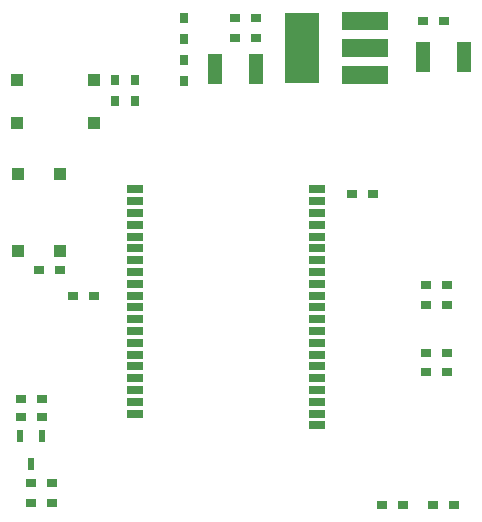
<source format=gtp>
%FSLAX25Y25*%
%MOIN*%
G70*
G01*
G75*
G04 Layer_Color=8421504*
%ADD10R,0.05709X0.02756*%
%ADD11R,0.03500X0.03000*%
%ADD12R,0.02362X0.04299*%
%ADD13R,0.04724X0.09843*%
%ADD14R,0.11811X0.23622*%
%ADD15R,0.15748X0.06000*%
%ADD16R,0.03937X0.03937*%
%ADD17R,0.03937X0.03937*%
%ADD18R,0.03000X0.03500*%
%ADD19R,0.03937X0.03937*%
%ADD20R,0.03937X0.03937*%
%ADD21C,0.01000*%
%ADD22C,0.02500*%
%ADD23C,0.02000*%
%ADD24C,0.06000*%
%ADD25C,0.01500*%
%ADD26C,0.03000*%
%ADD27C,0.05000*%
%ADD28R,0.12500X0.06000*%
%ADD29R,0.14000X0.23000*%
%ADD30C,0.06000*%
%ADD31R,0.06000X0.06000*%
%ADD32R,0.06000X0.06000*%
%ADD33C,0.05512*%
%ADD34C,0.02500*%
%ADD35R,0.07600X0.02400*%
%ADD36O,0.07600X0.02400*%
%ADD37R,0.07087X0.05512*%
%ADD38R,0.04724X0.01181*%
%ADD39R,0.01181X0.04724*%
%ADD40C,0.00500*%
%ADD41C,0.00787*%
%ADD42C,0.00600*%
%ADD43C,0.00800*%
%ADD44R,0.01300X0.11811*%
%ADD45C,0.00400*%
%ADD46C,0.02756*%
%ADD47C,0.00100*%
D10*
X127787Y73697D02*
D03*
Y69760D02*
D03*
Y34327D02*
D03*
Y113067D02*
D03*
Y109130D02*
D03*
Y105193D02*
D03*
Y101256D02*
D03*
Y97319D02*
D03*
Y93382D02*
D03*
Y89445D02*
D03*
Y85508D02*
D03*
Y81571D02*
D03*
Y77634D02*
D03*
Y65823D02*
D03*
Y61886D02*
D03*
Y57949D02*
D03*
Y54012D02*
D03*
Y50075D02*
D03*
Y46138D02*
D03*
Y42201D02*
D03*
Y38264D02*
D03*
X67158D02*
D03*
Y42201D02*
D03*
Y46138D02*
D03*
Y50075D02*
D03*
Y54012D02*
D03*
Y57949D02*
D03*
Y61886D02*
D03*
Y65823D02*
D03*
Y69760D02*
D03*
Y73697D02*
D03*
Y77634D02*
D03*
Y81571D02*
D03*
Y85508D02*
D03*
Y89445D02*
D03*
Y93382D02*
D03*
Y97319D02*
D03*
Y101256D02*
D03*
Y105193D02*
D03*
Y109130D02*
D03*
Y113067D02*
D03*
D11*
X164000Y74500D02*
D03*
Y58500D02*
D03*
X46500Y77500D02*
D03*
X53500D02*
D03*
X32500Y8500D02*
D03*
X39500D02*
D03*
X36158Y37200D02*
D03*
X29158Y43200D02*
D03*
X36158D02*
D03*
X39500Y15000D02*
D03*
X32500D02*
D03*
X100500Y163500D02*
D03*
X107500D02*
D03*
X100500Y170000D02*
D03*
X107500D02*
D03*
X170000Y169000D02*
D03*
X163000D02*
D03*
X164000Y52000D02*
D03*
X171000D02*
D03*
X164000Y81000D02*
D03*
X171000D02*
D03*
Y58500D02*
D03*
Y74500D02*
D03*
X149500Y7800D02*
D03*
X156500D02*
D03*
X173500D02*
D03*
X166500D02*
D03*
X42000Y86000D02*
D03*
X35000D02*
D03*
X146500Y111500D02*
D03*
X139500D02*
D03*
X29158Y37200D02*
D03*
D12*
X36158Y30700D02*
D03*
X32417Y21613D02*
D03*
X28677Y30700D02*
D03*
D13*
X93721Y153000D02*
D03*
X107500D02*
D03*
X176779Y157000D02*
D03*
X163000D02*
D03*
D14*
X122843Y160000D02*
D03*
D15*
X143842D02*
D03*
Y169000D02*
D03*
Y151000D02*
D03*
D16*
X42173Y118091D02*
D03*
Y92500D02*
D03*
D17*
X28000Y118091D02*
D03*
Y92500D02*
D03*
D18*
X60500Y149500D02*
D03*
Y142500D02*
D03*
X67000Y149500D02*
D03*
Y142500D02*
D03*
X83500Y149000D02*
D03*
Y156000D02*
D03*
Y170000D02*
D03*
Y163000D02*
D03*
D19*
X27909Y149473D02*
D03*
X53500D02*
D03*
D20*
X27909Y135300D02*
D03*
X53500D02*
D03*
M02*

</source>
